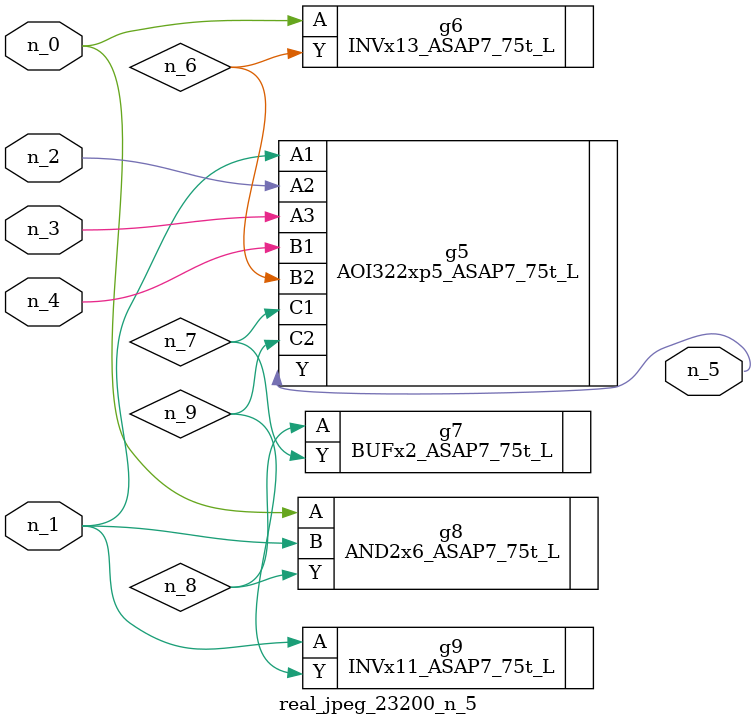
<source format=v>
module real_jpeg_23200_n_5 (n_4, n_0, n_1, n_2, n_3, n_5);

input n_4;
input n_0;
input n_1;
input n_2;
input n_3;

output n_5;

wire n_8;
wire n_6;
wire n_7;
wire n_9;

INVx13_ASAP7_75t_L g6 ( 
.A(n_0),
.Y(n_6)
);

AND2x6_ASAP7_75t_L g8 ( 
.A(n_0),
.B(n_1),
.Y(n_8)
);

AOI322xp5_ASAP7_75t_L g5 ( 
.A1(n_1),
.A2(n_2),
.A3(n_3),
.B1(n_4),
.B2(n_6),
.C1(n_7),
.C2(n_9),
.Y(n_5)
);

INVx11_ASAP7_75t_L g9 ( 
.A(n_1),
.Y(n_9)
);

BUFx2_ASAP7_75t_L g7 ( 
.A(n_8),
.Y(n_7)
);


endmodule
</source>
